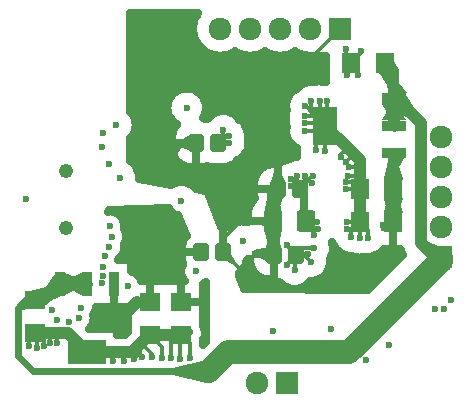
<source format=gbr>
G04 DipTrace 4.3.0.3*
G04 GBL.gbr*
%MOMM*%
G04 #@! TF.FileFunction,Copper,L4,Bot*
G04 #@! TF.Part,Single*
%AMOUTLINE0*
4,1,28,
0.65,0.503,
0.65,-0.503,
0.64158,-0.56693,
0.61691,-0.6265,
0.57766,-0.67766,
0.5265,-0.71691,
0.46693,-0.74158,
0.403,-0.75,
-0.403,-0.75,
-0.46693,-0.74158,
-0.5265,-0.71691,
-0.57766,-0.67766,
-0.61691,-0.6265,
-0.64158,-0.56693,
-0.65,-0.503,
-0.65,0.503,
-0.64158,0.56693,
-0.61691,0.6265,
-0.57766,0.67766,
-0.5265,0.71691,
-0.46693,0.74158,
-0.403,0.75,
0.403,0.75,
0.46693,0.74158,
0.5265,0.71691,
0.57766,0.67766,
0.61691,0.6265,
0.64158,0.56693,
0.65,0.503,
0*%
%AMOUTLINE4*
4,1,28,
-0.79999,-0.66002,
-0.80001,0.65998,
-0.79184,0.7221,
-0.76786,0.77998,
-0.72972,0.82969,
-0.68002,0.86783,
-0.62214,0.89181,
-0.56002,0.89999,
0.55998,0.90001,
0.6221,0.89184,
0.67998,0.86786,
0.72969,0.82972,
0.76783,0.78002,
0.79181,0.72213,
0.79999,0.66002,
0.80001,-0.65998,
0.79184,-0.7221,
0.76786,-0.77998,
0.72972,-0.82969,
0.68002,-0.86783,
0.62214,-0.89181,
0.56002,-0.89999,
-0.55998,-0.90001,
-0.6221,-0.89184,
-0.67998,-0.86786,
-0.72969,-0.82972,
-0.76783,-0.78002,
-0.79181,-0.72213,
-0.79999,-0.66002,
0*%
G04 #@! TA.AperFunction,Conductor*
%ADD15C,0.35*%
G04 #@! TA.AperFunction,ViaPad*
%ADD17C,0.6*%
G04 #@! TA.AperFunction,Conductor*
%ADD18C,1.0*%
%ADD19C,0.95*%
%ADD21C,2.0*%
%ADD22C,1.92*%
G04 #@! TA.AperFunction,CopperBalancing*
%ADD23C,0.7*%
%ADD27C,0.635*%
%ADD28C,0.33*%
%ADD30R,1.6X1.8*%
%ADD31R,1.8X1.6*%
G04 #@! TA.AperFunction,ComponentPad*
%ADD33R,1.92X1.92*%
%ADD34C,1.92*%
%ADD35R,0.95X2.15*%
%ADD36R,3.25X2.15*%
%ADD37R,2.15X0.95*%
%ADD38R,2.15X3.25*%
G04 #@! TA.AperFunction,ComponentPad*
%ADD39C,1.2192*%
%ADD57OUTLINE0*%
%ADD61OUTLINE4*%
%FSLAX35Y35*%
G04*
G71*
G90*
G75*
G01*
G04 Bottom*
%LPD*%
G36*
X2295435Y3194275D2*
X2362295Y3233696D1*
X2364416Y3235817D1*
X2295817Y3304416D1*
X2293696Y3302295D1*
X2254275Y3235435D1*
X2295435Y3194275D1*
G37*
G36*
X2399565Y3440725D2*
X2332705Y3401304D1*
X2330584Y3399183D1*
X2399183Y3330584D1*
X2401304Y3332705D1*
X2440725Y3399565D1*
X2399565Y3440725D1*
G37*
X2280000Y3220000D2*
D17*
X2336570Y3276570D1*
D18*
Y3336570D1*
X2358430Y3358430D1*
D17*
X2415000Y3415000D1*
G36*
X2425000Y3445000D2*
X2486055Y3477443D1*
X2492549Y3477742D1*
X2494010Y3359137D1*
X2487516Y3358838D1*
X2425000Y3385000D1*
Y3445000D1*
G37*
G36*
X2407724Y3385896D2*
X2482873Y3366493D1*
X2485873D1*
Y3463507D1*
X2482873D1*
X2407724Y3444104D1*
Y3385896D1*
G37*
X2415000Y3415000D2*
D17*
X2495000D1*
D18*
X2545000D1*
X2550000Y3420000D1*
G36*
X3275000Y3165000D2*
X3305426Y3094619D1*
Y3087119D1*
X3184574D1*
Y3094619D1*
X3215000Y3165000D1*
X3275000D1*
G37*
G36*
X3215583Y3190883D2*
X3195971Y3094806D1*
Y3091806D1*
X3294029D1*
Y3094806D1*
X3274417Y3190883D1*
X3215583D1*
G37*
X3245000Y3030000D2*
D18*
Y3085000D1*
D17*
Y3185000D1*
G36*
X3085000Y2510000D2*
X3148058Y2532204D1*
X3154530Y2531609D1*
X3151871Y2414689D1*
X3145398Y2415283D1*
X3085000Y2450000D1*
Y2510000D1*
G37*
G36*
X3047724Y2450896D2*
X3122873Y2431493D1*
X3125873D1*
Y2528507D1*
X3122873D1*
X3047724Y2509104D1*
Y2450896D1*
G37*
X3055000Y2480000D2*
D17*
X3135000D1*
D18*
X3200000D1*
X3210000Y2470000D1*
G36*
X3260000Y2645000D2*
X3274819Y2523285D1*
Y2515785D1*
X3145181D1*
Y2523285D1*
X3160000Y2645000D1*
X3260000D1*
G37*
G36*
X3160000Y2564998D2*
X3125964Y2682268D1*
X3125606Y2691261D1*
X3284143Y2693117D1*
X3284501Y2684125D1*
X3260000Y2564998D1*
X3160000D1*
G37*
X3210000Y2470000D2*
D18*
Y2749997D1*
X3205000Y2754997D1*
G36*
X3255000Y2944997D2*
X3284295Y2826769D1*
Y2817769D1*
X3125705D1*
Y2826769D1*
X3155000Y2944997D1*
X3255000D1*
G37*
G36*
X3155000Y2855000D2*
X3180000Y3036993D1*
X3181718Y3044293D1*
X3290579Y2962559D1*
X3288861Y2955258D1*
X3255000Y2855000D1*
X3155000D1*
G37*
X3205000Y2754997D2*
D18*
Y2990000D1*
X3245000Y3030000D1*
G36*
X4275000Y2935000D2*
X4305000Y2835000D1*
Y2826000D1*
X4225000Y2745000D1*
X4145000Y2835000D1*
X4175000Y2935000D1*
X4275000D1*
G37*
G36*
X4175000Y2840000D2*
X4145000Y2940000D1*
X4225000Y3030000D1*
X4305000Y2949000D1*
Y2940000D1*
X4275000Y2840000D1*
X4175000D1*
G37*
X4225000Y2745000D2*
D18*
Y3030000D1*
G36*
X4275000Y3220000D2*
X4305000Y3120000D1*
Y3111000D1*
X4225000Y3030000D1*
X4145000Y3120000D1*
X4175000Y3220000D1*
X4275000D1*
G37*
G36*
X4218761Y3291317D2*
X4308470D1*
X4311296Y3287500D1*
X4276710Y3219661D1*
X4218761Y3291317D1*
G37*
G36*
X4182516Y3336218D2*
X4180016Y3238782D1*
Y3234032D1*
X4279984D1*
Y3238782D1*
X4277484Y3336218D1*
X4182516D1*
G37*
X4225000Y3030000D2*
D18*
Y3232500D1*
X4230000Y3237500D1*
D19*
Y3335000D1*
G36*
X4122323Y2672935D2*
X4124235Y2696998D1*
X4125448Y2699742D1*
X4135000Y2725000D1*
X4162781Y2713677D1*
X4152309Y2702500D1*
X4122323Y2672935D1*
G37*
G36*
X4152500Y2725000D2*
X4305000Y2726114D1*
X4225000Y2745000D1*
X4153831Y2737754D1*
X4145000Y2736017D1*
X4117500Y2725000D1*
X4152500D1*
G37*
X4135000D2*
D15*
Y2685000D1*
X4225000D1*
Y2745000D1*
G36*
X2859409Y2395842D2*
X2817667Y2420000D1*
X2813071Y2424596D1*
X2845404Y2484208D1*
X2850000Y2479612D1*
X2884158Y2420591D1*
X2859409Y2395842D1*
G37*
G36*
X3008685Y2458433D2*
X3025002Y2479700D1*
X3027123Y2481821D1*
X3056821Y2452123D1*
X3054700Y2450002D1*
X3033433Y2433685D1*
X3008685Y2458433D1*
G37*
X2785000Y2495000D2*
D15*
X2927500Y2352500D1*
X3055000Y2480000D1*
G36*
X2802500Y2605000D2*
X2820000Y2570000D1*
Y2562500D1*
X2750000D1*
Y2570000D1*
X2767500Y2605000D1*
X2802500D1*
G37*
G36*
X3090001Y2767500D2*
X3125001Y2786666D1*
X3132990Y2787085D1*
Y2718273D1*
X3125001Y2717854D1*
X3090001Y2732500D1*
Y2767500D1*
G37*
X2785000Y2495000D2*
D15*
Y2605000D1*
X2930000Y2750000D1*
X3200003D1*
X3205000Y2754997D1*
G36*
X1542494Y2177499D2*
X1447495Y2129997D1*
X1442745D1*
X1442742Y2319997D1*
X1447492D1*
X1542493Y2272499D1*
X1542494Y2177499D1*
G37*
G36*
X1487493Y2272498D2*
X1582492Y2319999D1*
X1587242D1*
X1587245Y2129999D1*
X1582495D1*
X1487494Y2177498D1*
X1487493Y2272498D1*
G37*
X1399993Y2224997D2*
D19*
X1629993Y2225000D1*
G36*
X1380758Y2138585D2*
X1279996Y2048519D1*
X1272927Y2044773D1*
X1143582Y2161253D1*
X1150651Y2164998D1*
X1313582Y2205760D1*
X1380758Y2138585D1*
G37*
G36*
X1251733Y2143909D2*
X1352493Y2296164D1*
X1356027Y2299338D1*
X1401212Y2120671D1*
X1397679Y2117497D1*
X1318909Y2076735D1*
X1251733Y2143909D1*
G37*
G36*
X1333041Y2225210D2*
X1225238Y2120939D1*
X1221880Y2117580D1*
X1292581Y2046880D1*
X1295940Y2050239D1*
X1400208Y2158044D1*
X1333041Y2225210D1*
G37*
X1189997Y2085000D2*
D18*
X1260000D1*
D19*
X1399993Y2224997D1*
G36*
X1036359Y2048786D2*
X1099999Y2111889D1*
X1107490Y2114695D1*
Y2007802D1*
X1099999Y2004995D1*
X1078786Y2006359D1*
X1036359Y2048786D1*
G37*
G36*
X2358183Y1455785D2*
X2642277Y1387616D1*
X2645277D1*
Y1582384D1*
X2642277D1*
X2358183Y1514215D1*
Y1455785D1*
G37*
G36*
X4529842Y2462688D2*
X4525877Y2433216D1*
Y2423616D1*
X4724123D1*
Y2433216D1*
X4720158Y2462688D1*
X4529842D1*
G37*
X1189997Y2085000D2*
D17*
X1115000D1*
X1050000Y2020000D1*
Y1612280D1*
X1177280Y1485000D1*
X2665000D1*
D21*
X2825000Y1645000D1*
X3850000D1*
X4625000Y2420000D1*
D22*
Y2450000D1*
G36*
X4170000Y3905000D2*
X4108945Y4005000D1*
X4104546Y4012852D1*
X4225601Y4118717D1*
X4230000Y4110865D1*
X4269082Y4034537D1*
X4170000Y3905000D1*
G37*
G36*
X4268875Y3923945D2*
X4337503Y3842500D1*
X4230000Y3795000D1*
X4248986Y3747500D1*
X4210897Y3840892D1*
X4268875Y3923945D1*
G37*
G36*
X4121823Y4074238D2*
X4179747Y3995340D1*
X4182222Y3992865D1*
X4252135Y4062778D1*
X4249660Y4065253D1*
X4170762Y4123177D1*
X4121823Y4074238D1*
G37*
G36*
X4277484Y3793782D2*
X4279984Y3891218D1*
Y3895968D1*
X4180016D1*
Y3891218D1*
X4182516Y3793782D1*
X4277484D1*
G37*
X4150000Y4095000D2*
D23*
X4220000Y4025000D1*
D18*
Y3902500D1*
X4230000Y3892500D1*
D19*
Y3795000D1*
G36*
X4180000Y3662500D2*
X4129687Y3747500D1*
Y3752250D1*
X4330313D1*
Y3747500D1*
X4280000Y3662500D1*
X4180000D1*
G37*
G36*
X4280000Y3697500D2*
X4330313Y3612500D1*
Y3607750D1*
X4129687D1*
Y3612500D1*
X4180000Y3697500D1*
X4280000D1*
G37*
G36*
X4182516Y3796218D2*
X4180016Y3698782D1*
Y3694032D1*
X4279984D1*
Y3698782D1*
X4277484Y3796218D1*
X4182516D1*
G37*
G36*
X4277484Y3563782D2*
X4279984Y3661218D1*
Y3665968D1*
X4180016D1*
Y3661218D1*
X4182516Y3563782D1*
X4277484D1*
G37*
X4230000Y3795000D2*
D19*
Y3697500D1*
D18*
Y3662500D1*
D19*
Y3565000D1*
G36*
X4523626Y2577085D2*
X4602110Y2546000D1*
X4610183Y2540805D1*
X4537073Y2427920D1*
X4529000Y2433115D1*
X4452915Y2506374D1*
X4523626Y2577085D1*
G37*
G36*
X4330722Y3641434D2*
X4149100Y3747500D1*
X4145680Y3750796D1*
X4334079Y3816108D1*
X4337500Y3812813D1*
X4401433Y3712145D1*
X4330722Y3641434D1*
G37*
G36*
X4223418Y3747958D2*
X4240938Y3745482D1*
X4245688D1*
Y3844518D1*
X4240938D1*
X4223418Y3842042D1*
Y3747958D1*
G37*
X4625000Y2450000D2*
D18*
X4580000D1*
X4460000Y2570000D1*
Y3582867D1*
X4247867Y3795000D1*
D19*
X4230000D1*
X1190003Y1805000D2*
D18*
X1280550D1*
X1320000D1*
X1393027D1*
X1470005D1*
X1630005Y1645000D1*
X1834970D1*
X1946780D1*
X2010003D1*
X2087360Y1722357D1*
X2160003Y1795000D1*
X2306853D1*
X2430003D1*
X3945000Y2745000D2*
Y3030000D1*
Y3140000D1*
Y3210000D1*
Y3270000D1*
X3890110Y3324890D1*
X3837670Y3377330D1*
X3650000Y3565000D1*
X2785000Y3525000D2*
D15*
Y3465000D1*
X2740000Y3420000D1*
X2830000Y3480000D2*
X2800000D1*
X2740000Y3420000D1*
X2835000D2*
X2740000D1*
X1140000Y1695000D2*
Y1805000D1*
X1190003D1*
X1210000Y1685000D2*
Y1785003D1*
X1190003Y1805000D1*
X1265000Y1695000D2*
Y1789450D1*
X1280550Y1805000D1*
X1320000Y1720000D2*
Y1805000D1*
X1380000Y1720000D2*
Y1791973D1*
X1393027Y1805000D1*
X1515000Y1695000D2*
X1580005D1*
X1630005Y1645000D1*
X1505000Y1640000D2*
X1625005D1*
X1630005Y1645000D1*
X1505000Y1580000D2*
X1565005D1*
X1630005Y1645000D1*
X1565000Y1585000D2*
X1570005D1*
X1630005Y1645000D1*
X1645000Y1575000D2*
Y1630005D1*
X1630005Y1645000D1*
X1740000Y1570000D2*
X1705005D1*
X1630005Y1645000D1*
X1750000Y1635000D2*
X1640005D1*
X1630005Y1645000D1*
X1855000Y1575000D2*
Y1624970D1*
X1834970Y1645000D1*
X1940000Y1575000D2*
Y1638220D1*
X1946780Y1645000D1*
X2030000Y1585000D2*
Y1625004D1*
X2010003Y1645000D1*
X2100000Y1605000D2*
X2086520D1*
X2046520Y1645000D1*
D18*
X2010003D1*
X2180000Y1605000D2*
D15*
Y1629717D1*
X2087360Y1722357D1*
X2265000Y1600000D2*
Y1690003D1*
X2160003Y1795000D1*
X2340000Y1600000D2*
Y1761853D1*
X2306853Y1795000D1*
X2420000Y1590000D2*
Y1784997D1*
X2430003Y1795000D1*
X2500000Y1600000D2*
Y1725003D1*
X2430003Y1795000D1*
X3320000Y2385000D2*
Y2390000D1*
X3400000Y2470000D1*
X3390000Y2345000D2*
Y2460000D1*
X3400000Y2470000D1*
X3525000Y2410000D2*
X3465000Y2470000D1*
X3400000D1*
X3500000Y2480000D2*
X3410000D1*
X3400000Y2470000D1*
X3550000Y2525000D2*
X3455000D1*
X3400000Y2470000D1*
X3320000Y2555000D2*
Y2550000D1*
X3400000Y2470000D1*
X3555000Y2635000D2*
Y2685003D1*
X3485000Y2755003D1*
X3585000Y2690000D2*
X3550003D1*
X3485000Y2755003D1*
X3580000Y2745000D2*
X3495003D1*
X3485000Y2755003D1*
X3465000Y2775003D1*
D23*
Y3000000D1*
D15*
X3435000Y3030000D1*
X3545000Y3135000D2*
X3540000D1*
X3435000Y3030000D1*
X3480000Y3140000D2*
Y3075000D1*
X3435000Y3030000D1*
X3410000Y3135000D2*
Y3055000D1*
X3435000Y3030000D1*
X3950000Y4200000D2*
Y4175000D1*
X3870000Y4095000D1*
X3825000Y4210000D2*
Y4140000D1*
X3870000Y4095000D1*
X3815000Y4140000D2*
X3825000D1*
X3815000Y4065000D2*
X3840000D1*
X3870000Y4095000D1*
X3830000Y3990000D2*
Y4055000D1*
X3870000Y4095000D1*
X3925000Y3990000D2*
Y4040000D1*
X3870000Y4095000D1*
X3665000Y3775000D2*
Y3580000D1*
X3650000Y3565000D1*
X3600000Y3775000D2*
Y3615000D1*
X3650000Y3565000D1*
X3530000Y3770000D2*
Y3685000D1*
X3650000Y3565000D1*
X3480000Y3730000D2*
X3485000D1*
X3650000Y3565000D1*
X3475000Y3650000D2*
X3565000D1*
X3650000Y3565000D1*
X3480000Y3585000D2*
X3630000D1*
X3650000Y3565000D1*
X3480000Y3520000D2*
X3605000D1*
X3650000Y3565000D1*
X3570000Y3360000D2*
Y3485000D1*
X3650000Y3565000D1*
Y3350000D2*
Y3565000D1*
X3785000Y3300000D2*
Y3324660D1*
X3837670Y3377330D1*
X3820000Y3260000D2*
X3825220D1*
X3890110Y3324890D1*
X3845000Y3210000D2*
X3945000D1*
X3840000Y3140000D2*
X3945000D1*
X3820000Y3085000D2*
X3890000D1*
X3945000Y3030000D1*
X3825000Y3025000D2*
X3940000D1*
X3945000Y3030000D1*
X3835000Y2745000D2*
X3945000D1*
X3835000Y2685000D2*
X3885000D1*
X3945000Y2745000D1*
X3865000Y2625000D2*
Y2665000D1*
X3945000Y2745000D1*
X3940000Y2610000D2*
Y2740000D1*
X3945000Y2745000D1*
X4010000Y2615000D2*
Y2680000D1*
X3945000Y2745000D1*
X3360000Y3110000D2*
X3385000D1*
X3410000Y3135000D1*
X2159997Y2075000D2*
D23*
X2055000D1*
D18*
X1875000Y1895000D1*
D23*
Y1965000D1*
X1920000Y2010000D1*
D17*
X3245000Y3185000D3*
X3055000Y2480000D3*
X2415000Y3415000D3*
X2280000Y3220000D3*
X2220000Y2545000D3*
X2215000Y2465000D3*
X2275000Y2415000D3*
Y2345000D3*
X2280000Y2275000D3*
X2185000Y2630000D3*
Y2795000D3*
X2475000Y3715000D3*
X1880000Y3570000D3*
X1765000Y3500000D3*
X1760000Y3380000D3*
X1820000Y3240000D3*
X1910000Y3125000D3*
X2430000Y2925000D3*
X1115000Y2940000D3*
X1770000Y2365000D3*
X1765000Y2295000D3*
X1760000Y2230000D3*
X1780000Y2460000D3*
X1820000Y2535000D3*
X1840000Y2625000D3*
X1825000Y2715000D3*
X4190000Y1710000D3*
X3995000Y1580000D3*
X1975000Y2210000D3*
X2165000Y1815000D3*
X2255000D3*
X2505000D3*
X2425000D3*
X2345000D3*
X3700000Y1840000D3*
X3540000Y3080000D3*
X3440000Y3060000D3*
X3360000Y3055000D3*
X1335000Y2000000D3*
X1380000Y1915000D3*
X1480000Y1905000D3*
X1565000Y1935000D3*
X1580000Y2020000D3*
X3205000Y1825000D3*
X4580000Y2010000D3*
X4655000D3*
X2785000Y3525000D3*
X2830000Y3480000D3*
X2835000Y3420000D3*
X3665000Y3775000D3*
X3600000D3*
X3530000Y3770000D3*
X3480000Y3730000D3*
X3475000Y3650000D3*
X3480000Y3585000D3*
Y3520000D3*
X4715000Y2085000D3*
X3570000Y3360000D3*
X3650000Y3350000D3*
X3785000Y3300000D3*
X3820000Y3260000D3*
X3845000Y3210000D3*
X3840000Y3140000D3*
X3820000Y3085000D3*
X3825000Y3025000D3*
X3835000Y2745000D3*
Y2685000D3*
X3865000Y2625000D3*
X3940000Y2610000D3*
X4010000Y2615000D3*
X3925000Y3990000D3*
X3830000D3*
X3950000Y4200000D3*
X3815000Y4065000D3*
Y4140000D3*
X3825000Y4210000D3*
X3410000Y3135000D3*
X3480000Y3140000D3*
X3545000Y3135000D3*
X3580000Y2745000D3*
X3585000Y2690000D3*
X3555000Y2635000D3*
X3320000Y2555000D3*
X3550000Y2525000D3*
X3500000Y2480000D3*
X3525000Y2410000D3*
X3390000Y2345000D3*
X3320000Y2385000D3*
X1140000Y1695000D3*
X1210000Y1685000D3*
X1265000Y1695000D3*
X1320000Y1720000D3*
X1380000D3*
X1515000Y1695000D3*
X1505000Y1640000D3*
Y1580000D3*
X1565000Y1585000D3*
X1645000Y1575000D3*
X1740000Y1570000D3*
X1750000Y1635000D3*
X1855000Y1575000D3*
X1940000D3*
X2030000Y1585000D3*
X2100000Y1605000D3*
X2180000D3*
X2265000Y1600000D3*
X2340000D3*
X2420000Y1590000D3*
X2500000Y1600000D3*
X2950000Y2590000D3*
X3360000Y3110000D3*
X4135000Y2725000D3*
X2550000Y2330000D3*
X1915121Y2805083D2*
D27*
X2391373D1*
X1951398Y2741917D2*
X2419674D1*
X1957003Y2678750D2*
X2447975D1*
X1968989Y2615583D2*
X2453899D1*
X1948116Y2552417D2*
X2430839D1*
X1940551Y2489250D2*
X2430612D1*
X1904594Y2426083D2*
X2432115D1*
X2006860Y2362917D2*
X2425097D1*
X2065467Y2299750D2*
X2424414D1*
X1703937Y1983917D2*
X1970644D1*
X1693546Y1920750D2*
X1970644D1*
X1666977Y1857583D2*
X1970644D1*
X1891879Y1794417D2*
X1950820D1*
X2436980Y2545241D2*
Y2444700D1*
X2438646Y2424965D1*
X2444804Y2402498D1*
X2447238Y2396614D1*
X2440614Y2386291D1*
X2431938Y2364573D1*
X2427529Y2341605D1*
X2427546Y2318217D1*
X2431988Y2295255D1*
X2440697Y2273549D1*
X2453355Y2253884D1*
X2458276Y2248020D1*
X2091578Y2248029D1*
X2085136Y2264809D1*
X2072773Y2284662D1*
X2056876Y2301816D1*
X2038020Y2315652D1*
X2016886Y2325670D1*
X2012469Y2327175D1*
X2007999Y2328512D1*
X2003480Y2329678D1*
X2000515Y2330345D1*
Y2425524D1*
X1897508Y2425518D1*
X1900814Y2436806D1*
X1901971Y2443989D1*
X1909096Y2450171D1*
X1923539Y2468566D1*
X1934241Y2489361D1*
X1940814Y2511806D1*
X1943020Y2535000D1*
X1942921Y2539934D1*
X1941268Y2555674D1*
X1943539Y2558566D1*
X1954241Y2579361D1*
X1960814Y2601806D1*
X1963020Y2625090D1*
X1960780Y2648370D1*
X1954174Y2670805D1*
X1945011Y2689066D1*
X1945814Y2691806D1*
X1948020Y2715090D1*
X1945780Y2738370D1*
X1939174Y2760805D1*
X1928443Y2781585D1*
X1913972Y2799958D1*
X1896286Y2815261D1*
X1876023Y2826940D1*
X1853916Y2834573D1*
X1830764Y2837885D1*
X1807404Y2836755D1*
X1806004Y2836530D1*
X1820229Y2853630D1*
X2322019Y2866494D1*
X2333355Y2848884D1*
X2349507Y2831969D1*
X2368568Y2818417D1*
X2389849Y2808717D1*
X2397120Y2806450D1*
X2469516Y2644852D1*
X2473338Y2630378D1*
X2458178Y2612691D1*
X2446798Y2592365D1*
X2439642Y2570196D1*
X2436995Y2547029D1*
X2436980Y2545241D1*
X1976983Y1901980D2*
X1976978Y2024487D1*
X1702954Y2024479D1*
X1703020Y2020000D1*
X1700814Y1996806D1*
X1694241Y1974361D1*
X1685849Y1958054D1*
X1686538Y1954038D1*
X1688020Y1935000D1*
X1685814Y1911806D1*
X1679241Y1889361D1*
X1668539Y1868566D1*
X1654096Y1850171D1*
X1648731Y1845516D1*
X1885526Y1845519D1*
Y1788029D1*
X1950778Y1788021D1*
X1976978Y1814236D1*
X1976983Y1902003D1*
X2613018Y2224345D2*
X2613023Y1873843D1*
X2615176Y1869729D1*
X2617172Y1865511D1*
X2619007Y1861221D1*
X2620678Y1856864D1*
X2622182Y1852446D1*
X2623518Y1847975D1*
X2624683Y1843457D1*
X2625677Y1838897D1*
X2628018Y1815627D1*
X2628020Y1815000D1*
X2625814Y1791806D1*
X2619241Y1769361D1*
X2613023Y1757278D1*
Y1705998D1*
X2638240Y1731212D1*
X2638250Y2244281D1*
X2621432Y2229843D1*
X2613029Y2224983D1*
X2159994Y2248085D2*
D23*
X2159997Y2075000D1*
X2429994Y2248085D2*
X2429997Y2075000D1*
X2612926Y2075003D1*
X2595000Y2495000D2*
X2436955D1*
X1859995Y2225004D2*
X1859998Y2024575D1*
X2003123Y4455083D2*
D27*
X2534609D1*
X2003123Y4391917D2*
X2523717D1*
X2003123Y4328750D2*
X2530644D1*
X2003123Y4265583D2*
X2557213D1*
X2003123Y4202417D2*
X2614407D1*
X2003123Y4139250D2*
X3645631D1*
X2003123Y4076083D2*
X3645996D1*
X2003123Y4012917D2*
X3650644D1*
X2003123Y3949750D2*
X3650644D1*
X2003123Y3886583D2*
X3409700D1*
X2003123Y3823417D2*
X2346894D1*
X2603090D2*
X3340065D1*
X2003123Y3760250D2*
X2312031D1*
X2637954D2*
X3313450D1*
X2003123Y3697083D2*
X2306608D1*
X2643377D2*
X3312584D1*
X2036300Y3633917D2*
X2327207D1*
X2622778D2*
X2657337D1*
X2912667D2*
X3306432D1*
X2049379Y3570750D2*
X2381757D1*
X2971775D2*
X3311263D1*
X2036938Y3507583D2*
X2350084D1*
X2997023D2*
X3311126D1*
X2003123Y3444417D2*
X2345618D1*
X3002537D2*
X3329218D1*
X2003123Y3381250D2*
X2345618D1*
X2999711D2*
X3388053D1*
X2003123Y3318083D2*
X2354323D1*
X2968585D2*
X3403138D1*
X2014835Y3254917D2*
X2395201D1*
X2894802D2*
X3264004D1*
X2065056Y3191750D2*
X3086770D1*
X2079321Y3128583D2*
X3048216D1*
X2519145Y3065417D2*
X3040651D1*
X2656866Y3002250D2*
X3040651D1*
X2680838Y2939083D2*
X3039147D1*
X2704809Y2875917D2*
X2995533D1*
X2728780Y2812750D2*
X2985644D1*
X2752752Y2749583D2*
X2910358D1*
X3716938Y2496917D2*
X3757786D1*
X4128735D2*
X4285839D1*
X3692648Y2433750D2*
X4267519D1*
X2970864Y2370583D2*
X3013489D1*
X3689549D2*
X4204310D1*
X2920551Y2307417D2*
X3052591D1*
X3658058D2*
X4141145D1*
X2944523Y2244250D2*
X3231419D1*
X3524529D2*
X4077981D1*
X3018852Y2181083D2*
X4014817D1*
X2890621Y3256987D2*
X2872785Y3241942D1*
X2852942Y3229705D1*
X2831513Y3220526D1*
X2808965Y3214607D1*
X2785791Y3212076D1*
X2780300Y3211980D1*
X2699767D1*
X2690784Y3212232D1*
X2667670Y3215266D1*
X2645236Y3221684D1*
X2634098Y3218183D1*
X2626576Y3216208D1*
X2618966Y3214607D1*
X2611286Y3213382D1*
X2603555Y3212538D1*
X2595791Y3212075D1*
X2590300Y3211980D1*
X2508557Y3211984D1*
X2500784Y3212232D1*
X2493033Y3212863D1*
X2485322Y3213875D1*
X2477671Y3215266D1*
X2470097Y3217033D1*
X2462620Y3219171D1*
X2455257Y3221674D1*
X2448026Y3224538D1*
X2440945Y3227755D1*
X2434032Y3231316D1*
X2427303Y3235215D1*
X2420773Y3239440D1*
X2414461Y3243982D1*
X2408379Y3248829D1*
X2402544Y3253971D1*
X2396970Y3259393D1*
X2391669Y3265084D1*
X2386656Y3271030D1*
X2381942Y3277215D1*
X2377538Y3283625D1*
X2373456Y3290245D1*
X2369705Y3297057D1*
X2366294Y3304046D1*
X2363232Y3311195D1*
X2360526Y3318486D1*
X2358183Y3325902D1*
X2356208Y3333424D1*
X2354607Y3341034D1*
X2353382Y3348714D1*
X2352538Y3356445D1*
X2352075Y3364209D1*
X2351980Y3369700D1*
X2351984Y3471443D1*
X2352232Y3479216D1*
X2352863Y3486967D1*
X2353875Y3494678D1*
X2355266Y3502329D1*
X2357033Y3509903D1*
X2359171Y3517380D1*
X2361674Y3524743D1*
X2364538Y3531974D1*
X2367755Y3539055D1*
X2371316Y3545968D1*
X2375215Y3552697D1*
X2379440Y3559227D1*
X2383982Y3565539D1*
X2388834Y3571627D1*
X2391862Y3575132D1*
X2386819Y3577888D1*
X2368204Y3591833D1*
X2351762Y3608286D1*
X2337830Y3626910D1*
X2326689Y3647328D1*
X2318568Y3669124D1*
X2313632Y3691853D1*
X2311980Y3715054D1*
X2313647Y3738254D1*
X2318599Y3760980D1*
X2326734Y3782770D1*
X2337888Y3803181D1*
X2351833Y3821796D1*
X2368286Y3838238D1*
X2386910Y3852170D1*
X2407328Y3863311D1*
X2429124Y3871432D1*
X2451853Y3876368D1*
X2475054Y3878020D1*
X2498254Y3876353D1*
X2520980Y3871401D1*
X2542770Y3863266D1*
X2563181Y3852112D1*
X2581796Y3838167D1*
X2598238Y3821714D1*
X2612170Y3803090D1*
X2623311Y3782672D1*
X2631432Y3760876D1*
X2636368Y3738147D1*
X2638020Y3715000D1*
X2636353Y3691746D1*
X2631401Y3669020D1*
X2623266Y3647230D1*
X2612112Y3626819D1*
X2611908Y3626547D1*
X2621210Y3624962D1*
X2628796Y3623250D1*
X2636289Y3621166D1*
X2643677Y3618713D1*
X2648509Y3619480D1*
X2661833Y3631796D1*
X2678286Y3648238D1*
X2696910Y3662170D1*
X2717328Y3673311D1*
X2739124Y3681432D1*
X2761853Y3686368D1*
X2785054Y3688020D1*
X2808254Y3686353D1*
X2830980Y3681401D1*
X2852770Y3673266D1*
X2873181Y3662112D1*
X2891796Y3648167D1*
X2908238Y3631714D1*
X2920089Y3615873D1*
X2922292Y3614379D1*
X2940477Y3599876D1*
X2956413Y3582934D1*
X2969775Y3563896D1*
X2980292Y3543150D1*
X2987749Y3521118D1*
X2991995Y3498249D1*
X2993020Y3480000D1*
X2991892Y3464263D1*
X2996368Y3443147D1*
X2998020Y3420000D1*
X2996353Y3396746D1*
X2991401Y3374020D1*
X2983266Y3352230D1*
X2972112Y3331819D1*
X2958167Y3313204D1*
X2941714Y3296762D1*
X2923090Y3282830D1*
X2904765Y3272832D1*
X2890621Y3256987D1*
X4283399Y2521980D2*
X4143870D1*
X4141810Y2519074D1*
X4139010Y2515341D1*
X4136105Y2511689D1*
X4133096Y2508122D1*
X4129986Y2504642D1*
X4113060Y2488690D1*
X4094035Y2475309D1*
X4073299Y2464771D1*
X4051275Y2457292D1*
X4028411Y2453023D1*
X4005172Y2452052D1*
X3986980Y2453896D1*
X3985824Y2453553D1*
X3963093Y2448624D1*
X3939892Y2446980D1*
X3916693Y2448655D1*
X3893968Y2453614D1*
X3872181Y2461757D1*
X3871523Y2462116D1*
X3871199Y2462211D1*
X3869504Y2462042D1*
X3846267Y2463060D1*
X3823411Y2467374D1*
X3801402Y2474897D1*
X3780687Y2485476D1*
X3761689Y2498895D1*
X3744794Y2514882D1*
X3741691Y2518367D1*
X3738636Y2521980D1*
X3731980D1*
Y2530752D1*
X3727742Y2537047D1*
X3725281Y2541012D1*
X3722934Y2545045D1*
X3720704Y2549144D1*
X3718592Y2553305D1*
X3716600Y2557525D1*
X3714729Y2561801D1*
X3708511Y2580151D1*
X3707333Y2578125D1*
X3705621Y2573539D1*
X3707736Y2566170D1*
X3711989Y2543303D1*
X3713020Y2525000D1*
X3711353Y2501746D1*
X3706401Y2479020D1*
X3698266Y2457230D1*
X3687112Y2436819D1*
X3686036Y2435383D1*
X3686368Y2433147D1*
X3688020Y2410000D1*
X3686353Y2386746D1*
X3681401Y2364020D1*
X3673266Y2342230D1*
X3662112Y2321819D1*
X3648167Y2303204D1*
X3631714Y2286762D1*
X3613090Y2272830D1*
X3592672Y2261689D1*
X3570876Y2253568D1*
X3548147Y2248632D1*
X3524946Y2246980D1*
X3520483Y2247301D1*
X3513167Y2238204D1*
X3496714Y2221762D1*
X3478090Y2207830D1*
X3457672Y2196689D1*
X3435876Y2188568D1*
X3413147Y2183632D1*
X3389946Y2181980D1*
X3366746Y2183647D1*
X3344020Y2188599D1*
X3322230Y2196734D1*
X3301819Y2207888D1*
X3283204Y2221833D1*
X3277407Y2227633D1*
X3274020Y2228599D1*
X3252230Y2236734D1*
X3231819Y2247888D1*
X3213035Y2261980D1*
X3169700D1*
X3161925Y2262171D1*
X3154170Y2262746D1*
X3146452Y2263702D1*
X3138790Y2265038D1*
X3131204Y2266750D1*
X3123711Y2268833D1*
X3116330Y2271284D1*
X3109079Y2274095D1*
X3101976Y2277260D1*
X3095037Y2280772D1*
X3088279Y2284621D1*
X3081719Y2288799D1*
X3075374Y2293295D1*
X3069257Y2298098D1*
X3063385Y2303197D1*
X3057772Y2308579D1*
X3052430Y2314232D1*
X3047374Y2320141D1*
X3042615Y2326292D1*
X3038165Y2332670D1*
X3034035Y2339259D1*
X3030235Y2346045D1*
X3026773Y2353009D1*
X3023660Y2360135D1*
X3020901Y2367407D1*
X3018504Y2374805D1*
X3016475Y2382313D1*
X3014818Y2389911D1*
X3013538Y2397582D1*
X3012638Y2405307D1*
X3012119Y2413089D1*
X3011980Y2420058D1*
Y2439228D1*
X2995876Y2433568D1*
X2982403Y2430642D1*
X2979734Y2412671D1*
X2973326Y2390257D1*
X2963684Y2369032D1*
X2951019Y2349461D1*
X2935607Y2331970D1*
X2917766Y2316930D1*
X2919630Y2293155D1*
X2961988Y2181545D1*
X4011964Y2171872D1*
X4308067Y2467968D1*
X4296355Y2488046D1*
X4287256Y2509539D1*
X4283399Y2521980D1*
X2630433Y3011282D2*
X2559238Y3023693D1*
X2553238Y3031714D1*
X2536796Y3048167D1*
X2518181Y3062112D1*
X2497770Y3073266D1*
X2475980Y3081401D1*
X2453254Y3086353D1*
X2430054Y3088020D1*
X2406853Y3086368D1*
X2384124Y3081432D1*
X2362328Y3073311D1*
X2341910Y3062170D1*
X2341139Y3061689D1*
X2071846Y3108627D1*
X2073020Y3125000D1*
X2071368Y3148147D1*
X2066432Y3170876D1*
X2058311Y3192672D1*
X2047170Y3213090D1*
X2033238Y3231714D1*
X2016796Y3248167D1*
X1998181Y3262112D1*
X1996750Y3263000D1*
X1996756Y3456797D1*
X2003167Y3463204D1*
X2017112Y3481819D1*
X2028266Y3502230D1*
X2036401Y3524020D1*
X2041353Y3546746D1*
X2043020Y3570000D1*
X2041368Y3593147D1*
X2036432Y3615876D1*
X2028311Y3637672D1*
X2017170Y3658090D1*
X2003238Y3676714D1*
X1996750Y3683775D1*
X1996730Y4518250D1*
X2572890Y4518244D1*
X2571100Y4515934D1*
X2558817Y4496252D1*
X2548589Y4475429D1*
X2540520Y4453679D1*
X2534693Y4431223D1*
X2531168Y4408293D1*
X2529980Y4385124D1*
X2531143Y4361954D1*
X2534643Y4339020D1*
X2540446Y4316558D1*
X2548491Y4294799D1*
X2558697Y4273965D1*
X2570958Y4254270D1*
X2585148Y4235917D1*
X2601123Y4219093D1*
X2618717Y4203973D1*
X2637751Y4190709D1*
X2658030Y4179439D1*
X2679344Y4170279D1*
X2701475Y4163322D1*
X2724197Y4158640D1*
X2747276Y4156280D1*
X2770476Y4156268D1*
X2793557Y4158602D1*
X2816284Y4163260D1*
X2838424Y4170193D1*
X2859748Y4179330D1*
X2880038Y4190578D1*
X2886231Y4194556D1*
X2891751Y4190709D1*
X2912030Y4179439D1*
X2933344Y4170279D1*
X2955475Y4163322D1*
X2978197Y4158640D1*
X3001276Y4156280D1*
X3024476Y4156268D1*
X3047557Y4158602D1*
X3070284Y4163260D1*
X3092424Y4170193D1*
X3113748Y4179330D1*
X3134038Y4190578D1*
X3140231Y4194556D1*
X3145751Y4190709D1*
X3166030Y4179439D1*
X3187344Y4170279D1*
X3209475Y4163322D1*
X3232197Y4158640D1*
X3255276Y4156280D1*
X3278476Y4156268D1*
X3301557Y4158602D1*
X3324284Y4163260D1*
X3346424Y4170193D1*
X3367748Y4179330D1*
X3388038Y4190578D1*
X3394231Y4194556D1*
X3399751Y4190709D1*
X3420030Y4179439D1*
X3441344Y4170279D1*
X3463475Y4163322D1*
X3486197Y4158640D1*
X3509276Y4156280D1*
X3532476Y4156268D1*
X3545980Y4157339D1*
Y4155980D1*
X3652781D1*
X3652260Y4149544D1*
X3652053Y4144882D1*
X3651980Y4140217D1*
X3652041Y4135550D1*
X3652235Y4130888D1*
X3652562Y4126233D1*
X3653023Y4121589D1*
X3653616Y4116961D1*
X3654342Y4112351D1*
X3655199Y4107764D1*
X3656354Y4102497D1*
X3655296Y4097714D1*
X3654425Y4093129D1*
X3653686Y4088522D1*
X3653079Y4083895D1*
X3652604Y4079252D1*
X3652263Y4074598D1*
X3652055Y4069937D1*
X3651980Y4065271D1*
X3652039Y4060605D1*
X3652232Y4055942D1*
X3652558Y4051287D1*
X3653017Y4046643D1*
X3653609Y4042014D1*
X3654333Y4037404D1*
X3655188Y4032817D1*
X3656175Y4028256D1*
X3656980Y4024945D1*
X3656984Y3937612D1*
X3637297Y3935649D1*
X3631470Y3934536D1*
X3618680Y3936946D1*
X3595442Y3937956D1*
X3572297Y3935649D1*
X3553605Y3931284D1*
X3530162Y3933020D1*
X3506961Y3931384D1*
X3484228Y3926462D1*
X3462427Y3918356D1*
X3442001Y3907229D1*
X3423367Y3893309D1*
X3406904Y3876878D1*
X3404500Y3874038D1*
X3391956Y3867200D1*
X3373326Y3853273D1*
X3356869Y3836837D1*
X3342917Y3818226D1*
X3331757Y3797819D1*
X3323614Y3776032D1*
X3318655Y3753307D1*
X3316980Y3730108D1*
X3318624Y3706907D1*
X3319930Y3699081D1*
X3317430Y3691799D1*
X3313085Y3668949D1*
X3312036Y3645713D1*
X3314305Y3622564D1*
X3318395Y3604705D1*
X3316980Y3585108D1*
X3318624Y3561907D1*
X3320452Y3551541D1*
X3318655Y3543307D1*
X3316980Y3520108D1*
X3318624Y3496907D1*
X3323553Y3474176D1*
X3331667Y3452378D1*
X3342800Y3431956D1*
X3356727Y3413326D1*
X3373163Y3396869D1*
X3391774Y3382917D1*
X3395733Y3380448D1*
X3399762Y3378094D1*
X3403857Y3375855D1*
X3407586Y3373944D1*
X3407286Y3369977D1*
X3407067Y3365315D1*
X3406981Y3360650D1*
X3407029Y3355983D1*
X3407211Y3351320D1*
X3407526Y3346664D1*
X3407975Y3342020D1*
X3408556Y3337389D1*
X3409481Y3331573D1*
X3409476Y3297719D1*
X3391751Y3296995D1*
X3368882Y3292749D1*
X3346850Y3285292D1*
X3326104Y3274775D1*
X3320100Y3270988D1*
X3299124Y3266432D1*
X3277328Y3258311D1*
X3256910Y3247170D1*
X3244076Y3238020D1*
X3204700D1*
X3199208Y3237925D1*
X3191445Y3237462D1*
X3183714Y3236618D1*
X3176034Y3235393D1*
X3168423Y3233792D1*
X3160901Y3231817D1*
X3153486Y3229474D1*
X3146195Y3226768D1*
X3139046Y3223706D1*
X3132057Y3220295D1*
X3125244Y3216544D1*
X3118625Y3212462D1*
X3112215Y3208058D1*
X3106029Y3203344D1*
X3100084Y3198331D1*
X3094393Y3193030D1*
X3088970Y3187456D1*
X3083829Y3181621D1*
X3078981Y3175539D1*
X3074439Y3169226D1*
X3070214Y3162697D1*
X3066316Y3155968D1*
X3062754Y3149054D1*
X3059538Y3141974D1*
X3056674Y3134743D1*
X3054170Y3127380D1*
X3052033Y3119903D1*
X3050266Y3112329D1*
X3048875Y3104678D1*
X3047863Y3096967D1*
X3047232Y3089215D1*
X3046980Y3080219D1*
Y2979700D1*
X3047075Y2974208D1*
X3047538Y2966445D1*
X3048382Y2958714D1*
X3049608Y2951026D1*
X3046117Y2939615D1*
X3040370Y2934376D1*
X3034889Y2928858D1*
X3029689Y2923076D1*
X3024781Y2917043D1*
X3020177Y2910775D1*
X3015890Y2904287D1*
X3011929Y2897594D1*
X3008305Y2890713D1*
X3005025Y2883661D1*
X3002099Y2876456D1*
X2999533Y2869114D1*
X2997334Y2861655D1*
X2995507Y2854096D1*
X2994056Y2846455D1*
X2992986Y2838752D1*
X2992298Y2831006D1*
X2991995Y2823227D1*
X2991980Y2747527D1*
X2991968Y2747236D1*
X2987219Y2748714D1*
X2964252Y2752396D1*
X2940996Y2752771D1*
X2917923Y2749833D1*
X2895503Y2743641D1*
X2874192Y2734321D1*
X2854425Y2722064D1*
X2836603Y2707118D1*
X2825300Y2703020D1*
X2764079Y2703019D1*
X2654277Y2992284D1*
X2644344Y3005172D1*
X2630433Y3011282D1*
X2550000Y3420000D2*
D23*
X2352059D1*
X2550000D2*
Y3212033D1*
X3210000Y2470000D2*
Y2262033D1*
X4225000Y2745000D2*
Y2522071D1*
X3245000Y3030000D2*
X3047059D1*
X3245000Y3237967D2*
Y3030000D1*
X2992029Y2754992D2*
X3205000Y2754997D1*
X2785000Y2702967D2*
Y2495000D1*
X3775000Y4385000D2*
D28*
X3546044Y4156044D1*
D57*
X2740000Y3420000D3*
X2550000D3*
X3400000Y2470000D3*
X3210000D3*
D30*
X4150000Y4095000D3*
X3870000D3*
X4225000Y3030000D3*
X3945000D3*
X4225000Y2745000D3*
X3945000D3*
D57*
X3435000Y3030000D3*
X3245000D3*
D61*
X3205000Y2754997D3*
X3485000Y2755003D3*
D31*
X1189997Y2085000D3*
X1190003Y1805000D3*
X2159997Y2075000D3*
X2160003Y1795000D3*
X2429997Y2075000D3*
X2430003Y1795000D3*
D57*
X2785000Y2495000D3*
X2595000D3*
D33*
X3775000Y4385000D3*
D34*
X3521000D3*
X3267000D3*
X3013000D3*
X2759000D3*
D33*
X4625000Y2450000D3*
D34*
Y2704000D3*
Y2958000D3*
Y3212000D3*
Y3466000D3*
D35*
X1399995Y2224996D3*
X1629995Y2225000D3*
X1859995Y2225004D3*
D36*
X1630005Y1645000D3*
D37*
X4230000Y3795000D3*
Y3565000D3*
Y3335000D3*
D38*
X3650000Y3565000D3*
D33*
X3320000Y1385000D3*
D34*
X3066000D3*
D39*
X1455000Y2693700D3*
Y3176300D3*
M02*

</source>
